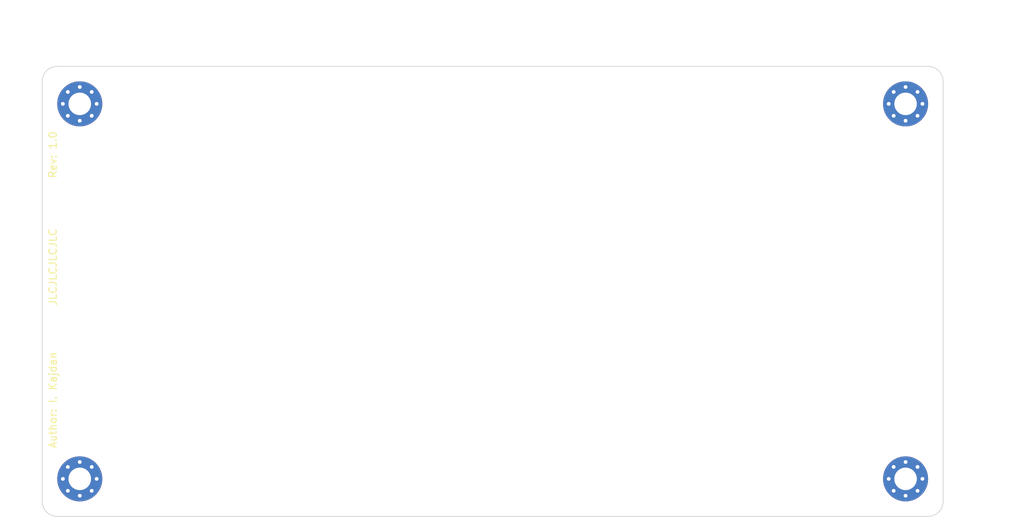
<source format=kicad_pcb>
(kicad_pcb (version 20221018) (generator pcbnew)
  (title_block (title "Rearbox") (date "2023-04-24") (rev "${REVISION}") (company "Author: I. Kajdan") (comment 1 "Reviewer:"))
  (layers (0 "F.Cu" signal) (31 "B.Cu" signal) (34 "B.Paste" user) (35 "F.Paste" user) (36 "B.SilkS" user "B.Silkscreen") (37 "F.SilkS" user "F.Silkscreen") (38 "B.Mask" user) (39 "F.Mask" user) (44 "Edge.Cuts" user))
  (property "REVISION" "1.0")
  (net 0 "")
  (footprint "MountingHole:MountingHole_3mm_Pad_Via" (layer "F.Cu") (at 203 79)
    (fp_text reference "REF**" hide)
    (fp_text value "MountingHole_3mm_Pad_Via")
    (pad "1" thru_hole circle (at -2.25 0) (size 0.8 0.8) (drill 0.5) (layers "*.Cu" "*.Mask"))
    (pad "1" thru_hole circle (at -1.59099 -1.59099) (size 0.8 0.8) (drill 0.5) (layers "*.Cu" "*.Mask"))
    (pad "1" thru_hole circle (at -1.59099 1.59099) (size 0.8 0.8) (drill 0.5) (layers "*.Cu" "*.Mask"))
    (pad "1" thru_hole circle (at 0 -2.25) (size 0.8 0.8) (drill 0.5) (layers "*.Cu" "*.Mask"))
    (pad "1" thru_hole circle (at 0 0) (size 6 6) (drill 3) (layers "*.Cu" "*.Mask"))
    (pad "1" thru_hole circle (at 0 2.25) (size 0.8 0.8) (drill 0.5) (layers "*.Cu" "*.Mask"))
    (pad "1" thru_hole circle (at 1.59099 -1.59099) (size 0.8 0.8) (drill 0.5) (layers "*.Cu" "*.Mask"))
    (pad "1" thru_hole circle (at 1.59099 1.59099) (size 0.8 0.8) (drill 0.5) (layers "*.Cu" "*.Mask"))
    (pad "1" thru_hole circle (at 2.25 0) (size 0.8 0.8) (drill 0.5) (layers "*.Cu" "*.Mask"))
  )
  (footprint "MountingHole:MountingHole_3mm_Pad_Via" (layer "F.Cu") (at 93 129)
    (fp_text reference "REF**" hide)
    (fp_text value "MountingHole_3mm_Pad_Via")
    (pad "1" thru_hole circle (at -2.25 0) (size 0.8 0.8) (drill 0.5) (layers "*.Cu" "*.Mask"))
    (pad "1" thru_hole circle (at -1.59099 -1.59099) (size 0.8 0.8) (drill 0.5) (layers "*.Cu" "*.Mask"))
    (pad "1" thru_hole circle (at -1.59099 1.59099) (size 0.8 0.8) (drill 0.5) (layers "*.Cu" "*.Mask"))
    (pad "1" thru_hole circle (at 0 -2.25) (size 0.8 0.8) (drill 0.5) (layers "*.Cu" "*.Mask"))
    (pad "1" thru_hole circle (at 0 0) (size 6 6) (drill 3) (layers "*.Cu" "*.Mask"))
    (pad "1" thru_hole circle (at 0 2.25) (size 0.8 0.8) (drill 0.5) (layers "*.Cu" "*.Mask"))
    (pad "1" thru_hole circle (at 1.59099 -1.59099) (size 0.8 0.8) (drill 0.5) (layers "*.Cu" "*.Mask"))
    (pad "1" thru_hole circle (at 1.59099 1.59099) (size 0.8 0.8) (drill 0.5) (layers "*.Cu" "*.Mask"))
    (pad "1" thru_hole circle (at 2.25 0) (size 0.8 0.8) (drill 0.5) (layers "*.Cu" "*.Mask"))
  )
  (footprint "MountingHole:MountingHole_3mm_Pad_Via" (layer "F.Cu") (at 93 79)
    (fp_text reference "REF**" hide)
    (fp_text value "MountingHole_3mm_Pad_Via")
    (pad "1" thru_hole circle (at -2.25 0) (size 0.8 0.8) (drill 0.5) (layers "*.Cu" "*.Mask"))
    (pad "1" thru_hole circle (at -1.59099 -1.59099) (size 0.8 0.8) (drill 0.5) (layers "*.Cu" "*.Mask"))
    (pad "1" thru_hole circle (at -1.59099 1.59099) (size 0.8 0.8) (drill 0.5) (layers "*.Cu" "*.Mask"))
    (pad "1" thru_hole circle (at 0 -2.25) (size 0.8 0.8) (drill 0.5) (layers "*.Cu" "*.Mask"))
    (pad "1" thru_hole circle (at 0 0) (size 6 6) (drill 3) (layers "*.Cu" "*.Mask"))
    (pad "1" thru_hole circle (at 0 2.25) (size 0.8 0.8) (drill 0.5) (layers "*.Cu" "*.Mask"))
    (pad "1" thru_hole circle (at 1.59099 -1.59099) (size 0.8 0.8) (drill 0.5) (layers "*.Cu" "*.Mask"))
    (pad "1" thru_hole circle (at 1.59099 1.59099) (size 0.8 0.8) (drill 0.5) (layers "*.Cu" "*.Mask"))
    (pad "1" thru_hole circle (at 2.25 0) (size 0.8 0.8) (drill 0.5) (layers "*.Cu" "*.Mask"))
  )
  (footprint "MountingHole:MountingHole_3mm_Pad_Via" (layer "F.Cu") (at 203 129)
    (fp_text reference "REF**" hide)
    (fp_text value "MountingHole_3mm_Pad_Via")
    (pad "1" thru_hole circle (at -2.25 0) (size 0.8 0.8) (drill 0.5) (layers "*.Cu" "*.Mask"))
    (pad "1" thru_hole circle (at -1.59099 -1.59099) (size 0.8 0.8) (drill 0.5) (layers "*.Cu" "*.Mask"))
    (pad "1" thru_hole circle (at -1.59099 1.59099) (size 0.8 0.8) (drill 0.5) (layers "*.Cu" "*.Mask"))
    (pad "1" thru_hole circle (at 0 -2.25) (size 0.8 0.8) (drill 0.5) (layers "*.Cu" "*.Mask"))
    (pad "1" thru_hole circle (at 0 0) (size 6 6) (drill 3) (layers "*.Cu" "*.Mask"))
    (pad "1" thru_hole circle (at 0 2.25) (size 0.8 0.8) (drill 0.5) (layers "*.Cu" "*.Mask"))
    (pad "1" thru_hole circle (at 1.59099 -1.59099) (size 0.8 0.8) (drill 0.5) (layers "*.Cu" "*.Mask"))
    (pad "1" thru_hole circle (at 1.59099 1.59099) (size 0.8 0.8) (drill 0.5) (layers "*.Cu" "*.Mask"))
    (pad "1" thru_hole circle (at 2.25 0) (size 0.8 0.8) (drill 0.5) (layers "*.Cu" "*.Mask"))
  )
  (gr_line (start 90 74) (end 206 74) (stroke (width 0.1)) (layer "Edge.Cuts"))
  (gr_line (start 88 132) (end 88 76) (stroke (width 0.1)) (layer "Edge.Cuts"))
  (gr_line (start 208 76) (end 208 132) (stroke (width 0.1)) (layer "Edge.Cuts"))
  (gr_arc (start 90 134) (mid 88.585786 133.414214) (end 88 132) (stroke (width 0.1)) (layer "Edge.Cuts"))
  (gr_arc (start 208 132) (mid 207.414214 133.414214) (end 206 134) (stroke (width 0.1)) (layer "Edge.Cuts"))
  (gr_arc (start 88 76) (mid 88.585786 74.585786) (end 90 74) (stroke (width 0.1)) (layer "Edge.Cuts"))
  (gr_line (start 206 134) (end 90 134) (stroke (width 0.1)) (layer "Edge.Cuts"))
  (gr_arc (start 206 74) (mid 207.414214 74.585786) (end 208 76) (stroke (width 0.1)) (layer "Edge.Cuts"))
  (gr_text "JLCJLCJLCJLC" (at 90 106 90) (layer "F.SilkS") (effects (font (size 1 1)) (justify left bottom)))
  (gr_text "Author: I. Kajdan" (at 90 125 90) (layer "F.SilkS") (effects (font (size 1 1)) (justify left bottom)))
  (gr_text "Rev: ${REVISION}" (at 90 89 90) (layer "F.SilkS") (effects (font (size 1 1)) (justify left bottom)))
)
</source>
